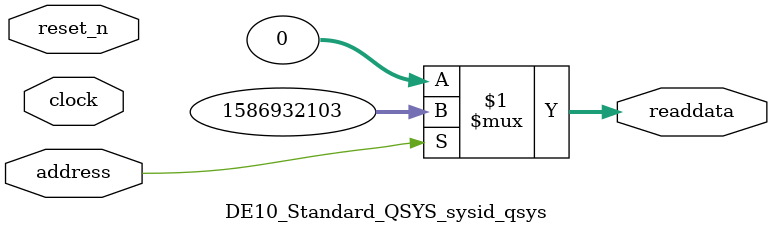
<source format=v>



// synthesis translate_off
`timescale 1ns / 1ps
// synthesis translate_on

// turn off superfluous verilog processor warnings 
// altera message_level Level1 
// altera message_off 10034 10035 10036 10037 10230 10240 10030 

module DE10_Standard_QSYS_sysid_qsys (
               // inputs:
                address,
                clock,
                reset_n,

               // outputs:
                readdata
             )
;

  output  [ 31: 0] readdata;
  input            address;
  input            clock;
  input            reset_n;

  wire    [ 31: 0] readdata;
  //control_slave, which is an e_avalon_slave
  assign readdata = address ? 1586932103 : 0;

endmodule



</source>
